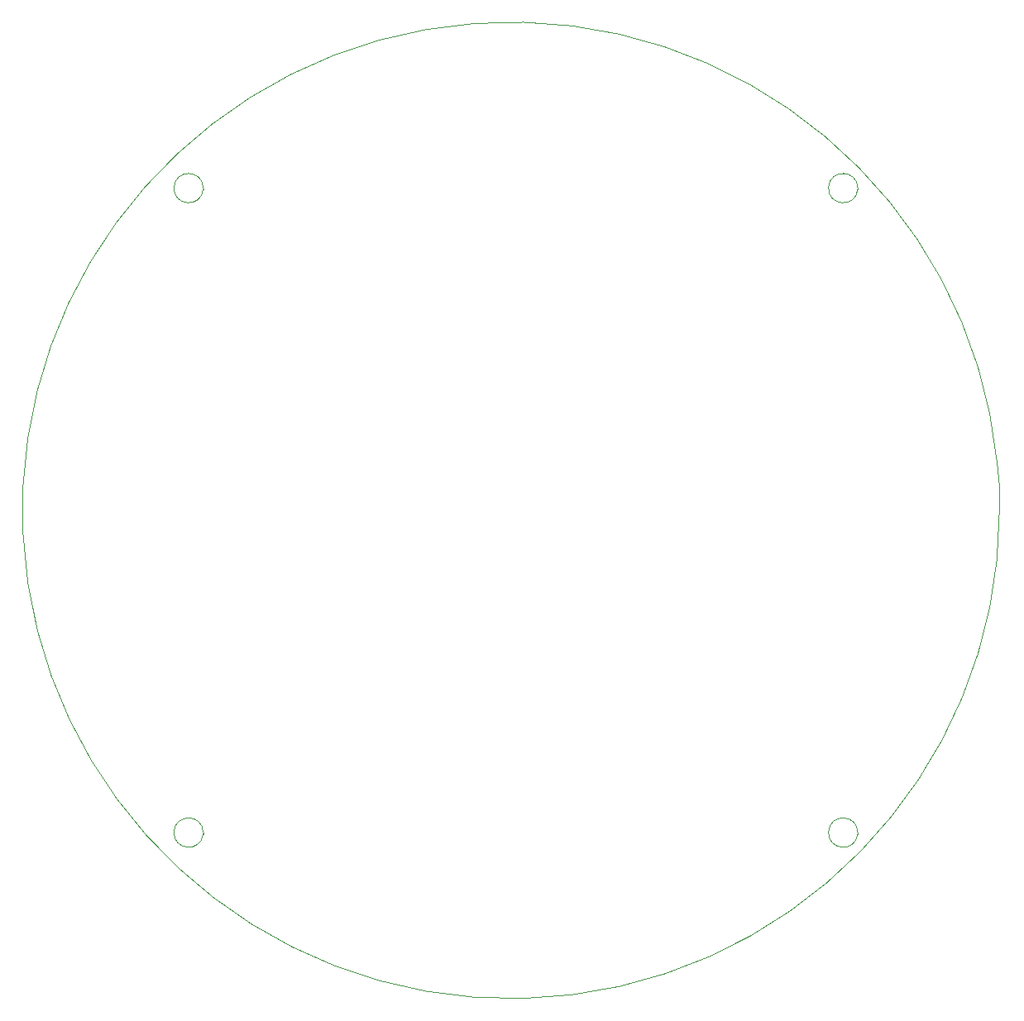
<source format=gm1>
G04 #@! TF.GenerationSoftware,KiCad,Pcbnew,6.0.11-2627ca5db0~126~ubuntu20.04.1*
G04 #@! TF.CreationDate,2023-04-28T08:08:20+02:00*
G04 #@! TF.ProjectId,Semafor_bottom,53656d61-666f-4725-9f62-6f74746f6d2e,rev?*
G04 #@! TF.SameCoordinates,Original*
G04 #@! TF.FileFunction,Profile,NP*
%FSLAX46Y46*%
G04 Gerber Fmt 4.6, Leading zero omitted, Abs format (unit mm)*
G04 Created by KiCad (PCBNEW 6.0.11-2627ca5db0~126~ubuntu20.04.1) date 2023-04-28 08:08:20*
%MOMM*%
%LPD*%
G01*
G04 APERTURE LIST*
G04 #@! TA.AperFunction,Profile*
%ADD10C,0.100000*%
G04 #@! TD*
G04 APERTURE END LIST*
D10*
X182999997Y-66000000D02*
G75*
G03*
X182992662Y-66148179I-1499949J-24D01*
G01*
X182999997Y-132000000D02*
G75*
G03*
X182992662Y-132148179I-1499949J-24D01*
G01*
X197500000Y-98999999D02*
X197500000Y-98999999D01*
X115992662Y-66148179D02*
X115998164Y-66074180D01*
X116000000Y-66000000D02*
X116000000Y-66000000D01*
X182998164Y-132074180D02*
X183000000Y-132000000D01*
X115999997Y-66000000D02*
G75*
G03*
X115992662Y-66148179I-1499949J-24D01*
G01*
X115998164Y-66074180D02*
X116000000Y-66000000D01*
X183000000Y-132000000D02*
X183000000Y-132000000D01*
X197255432Y-94060679D02*
X197438820Y-96527314D01*
X116000000Y-132000000D02*
X116000000Y-132000000D01*
X115999997Y-132000000D02*
G75*
G03*
X115992662Y-132148179I-1499949J-24D01*
G01*
X197255432Y-94060679D02*
G75*
G03*
X197500000Y-98999999I-49755434J-4939335D01*
G01*
X115998164Y-132074180D02*
X116000000Y-132000000D01*
X182992662Y-66148179D02*
X182998164Y-66074180D01*
X182998164Y-66074180D02*
X183000000Y-66000000D01*
X182992662Y-132148179D02*
X182998164Y-132074180D01*
X183000000Y-66000000D02*
X183000000Y-66000000D01*
X197438820Y-96527314D02*
X197500000Y-98999999D01*
X115992662Y-132148179D02*
X115998164Y-132074180D01*
M02*

</source>
